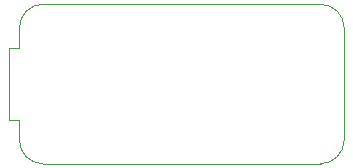
<source format=gbr>
%TF.GenerationSoftware,KiCad,Pcbnew,(6.0.4)*%
%TF.CreationDate,2022-08-13T13:22:29+02:00*%
%TF.ProjectId,mta1_usb,6d746131-5f75-4736-922e-6b696361645f,rev?*%
%TF.SameCoordinates,Original*%
%TF.FileFunction,Profile,NP*%
%FSLAX46Y46*%
G04 Gerber Fmt 4.6, Leading zero omitted, Abs format (unit mm)*
G04 Created by KiCad (PCBNEW (6.0.4)) date 2022-08-13 13:22:29*
%MOMM*%
%LPD*%
G01*
G04 APERTURE LIST*
%TA.AperFunction,Profile*%
%ADD10C,0.050000*%
%TD*%
G04 APERTURE END LIST*
D10*
X100000000Y-97950000D02*
X100000000Y-98750000D01*
X102000000Y-87250000D02*
X125500000Y-87250000D01*
X127500000Y-89250000D02*
G75*
G03*
X125500000Y-87250000I-2000000J0D01*
G01*
X127500000Y-89250000D02*
X127500000Y-98750000D01*
X100000000Y-98750000D02*
G75*
G03*
X102000000Y-100750000I1998300J-1700D01*
G01*
X125500000Y-100750000D02*
G75*
G03*
X127500000Y-98750000I0J2000000D01*
G01*
X125500000Y-100750000D02*
X102000000Y-100750000D01*
X102000000Y-87250000D02*
G75*
G03*
X100000000Y-89250000I0J-2000000D01*
G01*
X100000000Y-89250000D02*
X100000000Y-90050000D01*
%TO.C,P1*%
X100000000Y-90950000D02*
X100000000Y-90050000D01*
X99100000Y-90950000D02*
X100000000Y-90950000D01*
X99100000Y-97050000D02*
X100000000Y-97050000D01*
X100000000Y-97950000D02*
X100000000Y-97050000D01*
X99100000Y-90950000D02*
X99100000Y-97050000D01*
%TD*%
M02*

</source>
